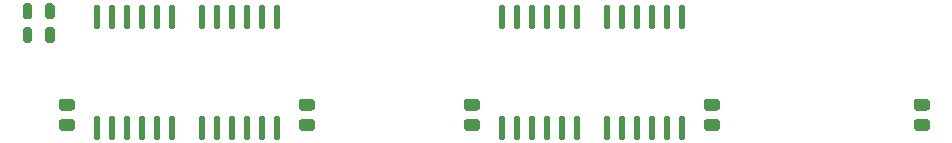
<source format=gtp>
G04 #@! TF.GenerationSoftware,KiCad,Pcbnew,(5.1.10-1-10_14)*
G04 #@! TF.CreationDate,2021-07-28T15:37:46-04:00*
G04 #@! TF.ProjectId,GW4190-SOP,47573431-3930-42d5-934f-502e6b696361,2.0-SOP*
G04 #@! TF.SameCoordinates,Original*
G04 #@! TF.FileFunction,Paste,Top*
G04 #@! TF.FilePolarity,Positive*
%FSLAX46Y46*%
G04 Gerber Fmt 4.6, Leading zero omitted, Abs format (unit mm)*
G04 Created by KiCad (PCBNEW (5.1.10-1-10_14)) date 2021-07-28 15:37:46*
%MOMM*%
%LPD*%
G01*
G04 APERTURE LIST*
G04 APERTURE END LIST*
G36*
G01*
X85515000Y-92907000D02*
X84665000Y-92907000D01*
G75*
G02*
X84415000Y-92657000I0J250000D01*
G01*
X84415000Y-92157000D01*
G75*
G02*
X84665000Y-91907000I250000J0D01*
G01*
X85515000Y-91907000D01*
G75*
G02*
X85765000Y-92157000I0J-250000D01*
G01*
X85765000Y-92657000D01*
G75*
G02*
X85515000Y-92907000I-250000J0D01*
G01*
G37*
G36*
G01*
X85515000Y-94607000D02*
X84665000Y-94607000D01*
G75*
G02*
X84415000Y-94357000I0J250000D01*
G01*
X84415000Y-93857000D01*
G75*
G02*
X84665000Y-93607000I250000J0D01*
G01*
X85515000Y-93607000D01*
G75*
G02*
X85765000Y-93857000I0J-250000D01*
G01*
X85765000Y-94357000D01*
G75*
G02*
X85515000Y-94607000I-250000J0D01*
G01*
G37*
G36*
G01*
X105835000Y-92907000D02*
X104985000Y-92907000D01*
G75*
G02*
X104735000Y-92657000I0J250000D01*
G01*
X104735000Y-92157000D01*
G75*
G02*
X104985000Y-91907000I250000J0D01*
G01*
X105835000Y-91907000D01*
G75*
G02*
X106085000Y-92157000I0J-250000D01*
G01*
X106085000Y-92657000D01*
G75*
G02*
X105835000Y-92907000I-250000J0D01*
G01*
G37*
G36*
G01*
X105835000Y-94607000D02*
X104985000Y-94607000D01*
G75*
G02*
X104735000Y-94357000I0J250000D01*
G01*
X104735000Y-93857000D01*
G75*
G02*
X104985000Y-93607000I250000J0D01*
G01*
X105835000Y-93607000D01*
G75*
G02*
X106085000Y-93857000I0J-250000D01*
G01*
X106085000Y-94357000D01*
G75*
G02*
X105835000Y-94607000I-250000J0D01*
G01*
G37*
G36*
G01*
X119805000Y-92907000D02*
X118955000Y-92907000D01*
G75*
G02*
X118705000Y-92657000I0J250000D01*
G01*
X118705000Y-92157000D01*
G75*
G02*
X118955000Y-91907000I250000J0D01*
G01*
X119805000Y-91907000D01*
G75*
G02*
X120055000Y-92157000I0J-250000D01*
G01*
X120055000Y-92657000D01*
G75*
G02*
X119805000Y-92907000I-250000J0D01*
G01*
G37*
G36*
G01*
X119805000Y-94607000D02*
X118955000Y-94607000D01*
G75*
G02*
X118705000Y-94357000I0J250000D01*
G01*
X118705000Y-93857000D01*
G75*
G02*
X118955000Y-93607000I250000J0D01*
G01*
X119805000Y-93607000D01*
G75*
G02*
X120055000Y-93857000I0J-250000D01*
G01*
X120055000Y-94357000D01*
G75*
G02*
X119805000Y-94607000I-250000J0D01*
G01*
G37*
G36*
G01*
X157905000Y-92907000D02*
X157055000Y-92907000D01*
G75*
G02*
X156805000Y-92657000I0J250000D01*
G01*
X156805000Y-92157000D01*
G75*
G02*
X157055000Y-91907000I250000J0D01*
G01*
X157905000Y-91907000D01*
G75*
G02*
X158155000Y-92157000I0J-250000D01*
G01*
X158155000Y-92657000D01*
G75*
G02*
X157905000Y-92907000I-250000J0D01*
G01*
G37*
G36*
G01*
X157905000Y-94607000D02*
X157055000Y-94607000D01*
G75*
G02*
X156805000Y-94357000I0J250000D01*
G01*
X156805000Y-93857000D01*
G75*
G02*
X157055000Y-93607000I250000J0D01*
G01*
X157905000Y-93607000D01*
G75*
G02*
X158155000Y-93857000I0J-250000D01*
G01*
X158155000Y-94357000D01*
G75*
G02*
X157905000Y-94607000I-250000J0D01*
G01*
G37*
G36*
G01*
X140125000Y-92907000D02*
X139275000Y-92907000D01*
G75*
G02*
X139025000Y-92657000I0J250000D01*
G01*
X139025000Y-92157000D01*
G75*
G02*
X139275000Y-91907000I250000J0D01*
G01*
X140125000Y-91907000D01*
G75*
G02*
X140375000Y-92157000I0J-250000D01*
G01*
X140375000Y-92657000D01*
G75*
G02*
X140125000Y-92907000I-250000J0D01*
G01*
G37*
G36*
G01*
X140125000Y-94607000D02*
X139275000Y-94607000D01*
G75*
G02*
X139025000Y-94357000I0J250000D01*
G01*
X139025000Y-93857000D01*
G75*
G02*
X139275000Y-93607000I250000J0D01*
G01*
X140125000Y-93607000D01*
G75*
G02*
X140375000Y-93857000I0J-250000D01*
G01*
X140375000Y-94357000D01*
G75*
G02*
X140125000Y-94607000I-250000J0D01*
G01*
G37*
G36*
G01*
X82150000Y-86025000D02*
X82150000Y-86975000D01*
G75*
G02*
X81950000Y-87175000I-200000J0D01*
G01*
X81550000Y-87175000D01*
G75*
G02*
X81350000Y-86975000I0J200000D01*
G01*
X81350000Y-86025000D01*
G75*
G02*
X81550000Y-85825000I200000J0D01*
G01*
X81950000Y-85825000D01*
G75*
G02*
X82150000Y-86025000I0J-200000D01*
G01*
G37*
G36*
G01*
X84050000Y-86025000D02*
X84050000Y-86975000D01*
G75*
G02*
X83850000Y-87175000I-200000J0D01*
G01*
X83450000Y-87175000D01*
G75*
G02*
X83250000Y-86975000I0J200000D01*
G01*
X83250000Y-86025000D01*
G75*
G02*
X83450000Y-85825000I200000J0D01*
G01*
X83850000Y-85825000D01*
G75*
G02*
X84050000Y-86025000I0J-200000D01*
G01*
G37*
G36*
G01*
X83250000Y-84975000D02*
X83250000Y-84025000D01*
G75*
G02*
X83450000Y-83825000I200000J0D01*
G01*
X83850000Y-83825000D01*
G75*
G02*
X84050000Y-84025000I0J-200000D01*
G01*
X84050000Y-84975000D01*
G75*
G02*
X83850000Y-85175000I-200000J0D01*
G01*
X83450000Y-85175000D01*
G75*
G02*
X83250000Y-84975000I0J200000D01*
G01*
G37*
G36*
G01*
X81350000Y-84975000D02*
X81350000Y-84025000D01*
G75*
G02*
X81550000Y-83825000I200000J0D01*
G01*
X81950000Y-83825000D01*
G75*
G02*
X82150000Y-84025000I0J-200000D01*
G01*
X82150000Y-84975000D01*
G75*
G02*
X81950000Y-85175000I-200000J0D01*
G01*
X81550000Y-85175000D01*
G75*
G02*
X81350000Y-84975000I0J200000D01*
G01*
G37*
G36*
G01*
X122057500Y-95352000D02*
X121782500Y-95352000D01*
G75*
G02*
X121645000Y-95214500I0J137500D01*
G01*
X121645000Y-93507500D01*
G75*
G02*
X121782500Y-93370000I137500J0D01*
G01*
X122057500Y-93370000D01*
G75*
G02*
X122195000Y-93507500I0J-137500D01*
G01*
X122195000Y-95214500D01*
G75*
G02*
X122057500Y-95352000I-137500J0D01*
G01*
G37*
G36*
G01*
X123327500Y-95352000D02*
X123052500Y-95352000D01*
G75*
G02*
X122915000Y-95214500I0J137500D01*
G01*
X122915000Y-93507500D01*
G75*
G02*
X123052500Y-93370000I137500J0D01*
G01*
X123327500Y-93370000D01*
G75*
G02*
X123465000Y-93507500I0J-137500D01*
G01*
X123465000Y-95214500D01*
G75*
G02*
X123327500Y-95352000I-137500J0D01*
G01*
G37*
G36*
G01*
X124597500Y-95352000D02*
X124322500Y-95352000D01*
G75*
G02*
X124185000Y-95214500I0J137500D01*
G01*
X124185000Y-93507500D01*
G75*
G02*
X124322500Y-93370000I137500J0D01*
G01*
X124597500Y-93370000D01*
G75*
G02*
X124735000Y-93507500I0J-137500D01*
G01*
X124735000Y-95214500D01*
G75*
G02*
X124597500Y-95352000I-137500J0D01*
G01*
G37*
G36*
G01*
X125867500Y-95352000D02*
X125592500Y-95352000D01*
G75*
G02*
X125455000Y-95214500I0J137500D01*
G01*
X125455000Y-93507500D01*
G75*
G02*
X125592500Y-93370000I137500J0D01*
G01*
X125867500Y-93370000D01*
G75*
G02*
X126005000Y-93507500I0J-137500D01*
G01*
X126005000Y-95214500D01*
G75*
G02*
X125867500Y-95352000I-137500J0D01*
G01*
G37*
G36*
G01*
X127137500Y-95352000D02*
X126862500Y-95352000D01*
G75*
G02*
X126725000Y-95214500I0J137500D01*
G01*
X126725000Y-93507500D01*
G75*
G02*
X126862500Y-93370000I137500J0D01*
G01*
X127137500Y-93370000D01*
G75*
G02*
X127275000Y-93507500I0J-137500D01*
G01*
X127275000Y-95214500D01*
G75*
G02*
X127137500Y-95352000I-137500J0D01*
G01*
G37*
G36*
G01*
X128407500Y-95352000D02*
X128132500Y-95352000D01*
G75*
G02*
X127995000Y-95214500I0J137500D01*
G01*
X127995000Y-93507500D01*
G75*
G02*
X128132500Y-93370000I137500J0D01*
G01*
X128407500Y-93370000D01*
G75*
G02*
X128545000Y-93507500I0J-137500D01*
G01*
X128545000Y-95214500D01*
G75*
G02*
X128407500Y-95352000I-137500J0D01*
G01*
G37*
G36*
G01*
X130947500Y-95352000D02*
X130672500Y-95352000D01*
G75*
G02*
X130535000Y-95214500I0J137500D01*
G01*
X130535000Y-93507500D01*
G75*
G02*
X130672500Y-93370000I137500J0D01*
G01*
X130947500Y-93370000D01*
G75*
G02*
X131085000Y-93507500I0J-137500D01*
G01*
X131085000Y-95214500D01*
G75*
G02*
X130947500Y-95352000I-137500J0D01*
G01*
G37*
G36*
G01*
X132217500Y-95352000D02*
X131942500Y-95352000D01*
G75*
G02*
X131805000Y-95214500I0J137500D01*
G01*
X131805000Y-93507500D01*
G75*
G02*
X131942500Y-93370000I137500J0D01*
G01*
X132217500Y-93370000D01*
G75*
G02*
X132355000Y-93507500I0J-137500D01*
G01*
X132355000Y-95214500D01*
G75*
G02*
X132217500Y-95352000I-137500J0D01*
G01*
G37*
G36*
G01*
X133487500Y-95352000D02*
X133212500Y-95352000D01*
G75*
G02*
X133075000Y-95214500I0J137500D01*
G01*
X133075000Y-93507500D01*
G75*
G02*
X133212500Y-93370000I137500J0D01*
G01*
X133487500Y-93370000D01*
G75*
G02*
X133625000Y-93507500I0J-137500D01*
G01*
X133625000Y-95214500D01*
G75*
G02*
X133487500Y-95352000I-137500J0D01*
G01*
G37*
G36*
G01*
X134757500Y-95352000D02*
X134482500Y-95352000D01*
G75*
G02*
X134345000Y-95214500I0J137500D01*
G01*
X134345000Y-93507500D01*
G75*
G02*
X134482500Y-93370000I137500J0D01*
G01*
X134757500Y-93370000D01*
G75*
G02*
X134895000Y-93507500I0J-137500D01*
G01*
X134895000Y-95214500D01*
G75*
G02*
X134757500Y-95352000I-137500J0D01*
G01*
G37*
G36*
G01*
X136027500Y-95352000D02*
X135752500Y-95352000D01*
G75*
G02*
X135615000Y-95214500I0J137500D01*
G01*
X135615000Y-93507500D01*
G75*
G02*
X135752500Y-93370000I137500J0D01*
G01*
X136027500Y-93370000D01*
G75*
G02*
X136165000Y-93507500I0J-137500D01*
G01*
X136165000Y-95214500D01*
G75*
G02*
X136027500Y-95352000I-137500J0D01*
G01*
G37*
G36*
G01*
X137297500Y-95352000D02*
X137022500Y-95352000D01*
G75*
G02*
X136885000Y-95214500I0J137500D01*
G01*
X136885000Y-93507500D01*
G75*
G02*
X137022500Y-93370000I137500J0D01*
G01*
X137297500Y-93370000D01*
G75*
G02*
X137435000Y-93507500I0J-137500D01*
G01*
X137435000Y-95214500D01*
G75*
G02*
X137297500Y-95352000I-137500J0D01*
G01*
G37*
G36*
G01*
X137297500Y-85954000D02*
X137022500Y-85954000D01*
G75*
G02*
X136885000Y-85816500I0J137500D01*
G01*
X136885000Y-84109500D01*
G75*
G02*
X137022500Y-83972000I137500J0D01*
G01*
X137297500Y-83972000D01*
G75*
G02*
X137435000Y-84109500I0J-137500D01*
G01*
X137435000Y-85816500D01*
G75*
G02*
X137297500Y-85954000I-137500J0D01*
G01*
G37*
G36*
G01*
X136027500Y-85954000D02*
X135752500Y-85954000D01*
G75*
G02*
X135615000Y-85816500I0J137500D01*
G01*
X135615000Y-84109500D01*
G75*
G02*
X135752500Y-83972000I137500J0D01*
G01*
X136027500Y-83972000D01*
G75*
G02*
X136165000Y-84109500I0J-137500D01*
G01*
X136165000Y-85816500D01*
G75*
G02*
X136027500Y-85954000I-137500J0D01*
G01*
G37*
G36*
G01*
X134757500Y-85954000D02*
X134482500Y-85954000D01*
G75*
G02*
X134345000Y-85816500I0J137500D01*
G01*
X134345000Y-84109500D01*
G75*
G02*
X134482500Y-83972000I137500J0D01*
G01*
X134757500Y-83972000D01*
G75*
G02*
X134895000Y-84109500I0J-137500D01*
G01*
X134895000Y-85816500D01*
G75*
G02*
X134757500Y-85954000I-137500J0D01*
G01*
G37*
G36*
G01*
X133487500Y-85954000D02*
X133212500Y-85954000D01*
G75*
G02*
X133075000Y-85816500I0J137500D01*
G01*
X133075000Y-84109500D01*
G75*
G02*
X133212500Y-83972000I137500J0D01*
G01*
X133487500Y-83972000D01*
G75*
G02*
X133625000Y-84109500I0J-137500D01*
G01*
X133625000Y-85816500D01*
G75*
G02*
X133487500Y-85954000I-137500J0D01*
G01*
G37*
G36*
G01*
X132217500Y-85954000D02*
X131942500Y-85954000D01*
G75*
G02*
X131805000Y-85816500I0J137500D01*
G01*
X131805000Y-84109500D01*
G75*
G02*
X131942500Y-83972000I137500J0D01*
G01*
X132217500Y-83972000D01*
G75*
G02*
X132355000Y-84109500I0J-137500D01*
G01*
X132355000Y-85816500D01*
G75*
G02*
X132217500Y-85954000I-137500J0D01*
G01*
G37*
G36*
G01*
X130947500Y-85954000D02*
X130672500Y-85954000D01*
G75*
G02*
X130535000Y-85816500I0J137500D01*
G01*
X130535000Y-84109500D01*
G75*
G02*
X130672500Y-83972000I137500J0D01*
G01*
X130947500Y-83972000D01*
G75*
G02*
X131085000Y-84109500I0J-137500D01*
G01*
X131085000Y-85816500D01*
G75*
G02*
X130947500Y-85954000I-137500J0D01*
G01*
G37*
G36*
G01*
X128407500Y-85954000D02*
X128132500Y-85954000D01*
G75*
G02*
X127995000Y-85816500I0J137500D01*
G01*
X127995000Y-84109500D01*
G75*
G02*
X128132500Y-83972000I137500J0D01*
G01*
X128407500Y-83972000D01*
G75*
G02*
X128545000Y-84109500I0J-137500D01*
G01*
X128545000Y-85816500D01*
G75*
G02*
X128407500Y-85954000I-137500J0D01*
G01*
G37*
G36*
G01*
X127137500Y-85954000D02*
X126862500Y-85954000D01*
G75*
G02*
X126725000Y-85816500I0J137500D01*
G01*
X126725000Y-84109500D01*
G75*
G02*
X126862500Y-83972000I137500J0D01*
G01*
X127137500Y-83972000D01*
G75*
G02*
X127275000Y-84109500I0J-137500D01*
G01*
X127275000Y-85816500D01*
G75*
G02*
X127137500Y-85954000I-137500J0D01*
G01*
G37*
G36*
G01*
X125867500Y-85954000D02*
X125592500Y-85954000D01*
G75*
G02*
X125455000Y-85816500I0J137500D01*
G01*
X125455000Y-84109500D01*
G75*
G02*
X125592500Y-83972000I137500J0D01*
G01*
X125867500Y-83972000D01*
G75*
G02*
X126005000Y-84109500I0J-137500D01*
G01*
X126005000Y-85816500D01*
G75*
G02*
X125867500Y-85954000I-137500J0D01*
G01*
G37*
G36*
G01*
X124597500Y-85954000D02*
X124322500Y-85954000D01*
G75*
G02*
X124185000Y-85816500I0J137500D01*
G01*
X124185000Y-84109500D01*
G75*
G02*
X124322500Y-83972000I137500J0D01*
G01*
X124597500Y-83972000D01*
G75*
G02*
X124735000Y-84109500I0J-137500D01*
G01*
X124735000Y-85816500D01*
G75*
G02*
X124597500Y-85954000I-137500J0D01*
G01*
G37*
G36*
G01*
X123327500Y-85954000D02*
X123052500Y-85954000D01*
G75*
G02*
X122915000Y-85816500I0J137500D01*
G01*
X122915000Y-84109500D01*
G75*
G02*
X123052500Y-83972000I137500J0D01*
G01*
X123327500Y-83972000D01*
G75*
G02*
X123465000Y-84109500I0J-137500D01*
G01*
X123465000Y-85816500D01*
G75*
G02*
X123327500Y-85954000I-137500J0D01*
G01*
G37*
G36*
G01*
X122057500Y-85954000D02*
X121782500Y-85954000D01*
G75*
G02*
X121645000Y-85816500I0J137500D01*
G01*
X121645000Y-84109500D01*
G75*
G02*
X121782500Y-83972000I137500J0D01*
G01*
X122057500Y-83972000D01*
G75*
G02*
X122195000Y-84109500I0J-137500D01*
G01*
X122195000Y-85816500D01*
G75*
G02*
X122057500Y-85954000I-137500J0D01*
G01*
G37*
G36*
G01*
X87767500Y-85954000D02*
X87492500Y-85954000D01*
G75*
G02*
X87355000Y-85816500I0J137500D01*
G01*
X87355000Y-84109500D01*
G75*
G02*
X87492500Y-83972000I137500J0D01*
G01*
X87767500Y-83972000D01*
G75*
G02*
X87905000Y-84109500I0J-137500D01*
G01*
X87905000Y-85816500D01*
G75*
G02*
X87767500Y-85954000I-137500J0D01*
G01*
G37*
G36*
G01*
X89037500Y-85954000D02*
X88762500Y-85954000D01*
G75*
G02*
X88625000Y-85816500I0J137500D01*
G01*
X88625000Y-84109500D01*
G75*
G02*
X88762500Y-83972000I137500J0D01*
G01*
X89037500Y-83972000D01*
G75*
G02*
X89175000Y-84109500I0J-137500D01*
G01*
X89175000Y-85816500D01*
G75*
G02*
X89037500Y-85954000I-137500J0D01*
G01*
G37*
G36*
G01*
X90307500Y-85954000D02*
X90032500Y-85954000D01*
G75*
G02*
X89895000Y-85816500I0J137500D01*
G01*
X89895000Y-84109500D01*
G75*
G02*
X90032500Y-83972000I137500J0D01*
G01*
X90307500Y-83972000D01*
G75*
G02*
X90445000Y-84109500I0J-137500D01*
G01*
X90445000Y-85816500D01*
G75*
G02*
X90307500Y-85954000I-137500J0D01*
G01*
G37*
G36*
G01*
X91577500Y-85954000D02*
X91302500Y-85954000D01*
G75*
G02*
X91165000Y-85816500I0J137500D01*
G01*
X91165000Y-84109500D01*
G75*
G02*
X91302500Y-83972000I137500J0D01*
G01*
X91577500Y-83972000D01*
G75*
G02*
X91715000Y-84109500I0J-137500D01*
G01*
X91715000Y-85816500D01*
G75*
G02*
X91577500Y-85954000I-137500J0D01*
G01*
G37*
G36*
G01*
X92847500Y-85954000D02*
X92572500Y-85954000D01*
G75*
G02*
X92435000Y-85816500I0J137500D01*
G01*
X92435000Y-84109500D01*
G75*
G02*
X92572500Y-83972000I137500J0D01*
G01*
X92847500Y-83972000D01*
G75*
G02*
X92985000Y-84109500I0J-137500D01*
G01*
X92985000Y-85816500D01*
G75*
G02*
X92847500Y-85954000I-137500J0D01*
G01*
G37*
G36*
G01*
X94117500Y-85954000D02*
X93842500Y-85954000D01*
G75*
G02*
X93705000Y-85816500I0J137500D01*
G01*
X93705000Y-84109500D01*
G75*
G02*
X93842500Y-83972000I137500J0D01*
G01*
X94117500Y-83972000D01*
G75*
G02*
X94255000Y-84109500I0J-137500D01*
G01*
X94255000Y-85816500D01*
G75*
G02*
X94117500Y-85954000I-137500J0D01*
G01*
G37*
G36*
G01*
X96657500Y-85954000D02*
X96382500Y-85954000D01*
G75*
G02*
X96245000Y-85816500I0J137500D01*
G01*
X96245000Y-84109500D01*
G75*
G02*
X96382500Y-83972000I137500J0D01*
G01*
X96657500Y-83972000D01*
G75*
G02*
X96795000Y-84109500I0J-137500D01*
G01*
X96795000Y-85816500D01*
G75*
G02*
X96657500Y-85954000I-137500J0D01*
G01*
G37*
G36*
G01*
X97927500Y-85954000D02*
X97652500Y-85954000D01*
G75*
G02*
X97515000Y-85816500I0J137500D01*
G01*
X97515000Y-84109500D01*
G75*
G02*
X97652500Y-83972000I137500J0D01*
G01*
X97927500Y-83972000D01*
G75*
G02*
X98065000Y-84109500I0J-137500D01*
G01*
X98065000Y-85816500D01*
G75*
G02*
X97927500Y-85954000I-137500J0D01*
G01*
G37*
G36*
G01*
X99197500Y-85954000D02*
X98922500Y-85954000D01*
G75*
G02*
X98785000Y-85816500I0J137500D01*
G01*
X98785000Y-84109500D01*
G75*
G02*
X98922500Y-83972000I137500J0D01*
G01*
X99197500Y-83972000D01*
G75*
G02*
X99335000Y-84109500I0J-137500D01*
G01*
X99335000Y-85816500D01*
G75*
G02*
X99197500Y-85954000I-137500J0D01*
G01*
G37*
G36*
G01*
X100467500Y-85954000D02*
X100192500Y-85954000D01*
G75*
G02*
X100055000Y-85816500I0J137500D01*
G01*
X100055000Y-84109500D01*
G75*
G02*
X100192500Y-83972000I137500J0D01*
G01*
X100467500Y-83972000D01*
G75*
G02*
X100605000Y-84109500I0J-137500D01*
G01*
X100605000Y-85816500D01*
G75*
G02*
X100467500Y-85954000I-137500J0D01*
G01*
G37*
G36*
G01*
X101737500Y-85954000D02*
X101462500Y-85954000D01*
G75*
G02*
X101325000Y-85816500I0J137500D01*
G01*
X101325000Y-84109500D01*
G75*
G02*
X101462500Y-83972000I137500J0D01*
G01*
X101737500Y-83972000D01*
G75*
G02*
X101875000Y-84109500I0J-137500D01*
G01*
X101875000Y-85816500D01*
G75*
G02*
X101737500Y-85954000I-137500J0D01*
G01*
G37*
G36*
G01*
X103007500Y-85954000D02*
X102732500Y-85954000D01*
G75*
G02*
X102595000Y-85816500I0J137500D01*
G01*
X102595000Y-84109500D01*
G75*
G02*
X102732500Y-83972000I137500J0D01*
G01*
X103007500Y-83972000D01*
G75*
G02*
X103145000Y-84109500I0J-137500D01*
G01*
X103145000Y-85816500D01*
G75*
G02*
X103007500Y-85954000I-137500J0D01*
G01*
G37*
G36*
G01*
X103007500Y-95352000D02*
X102732500Y-95352000D01*
G75*
G02*
X102595000Y-95214500I0J137500D01*
G01*
X102595000Y-93507500D01*
G75*
G02*
X102732500Y-93370000I137500J0D01*
G01*
X103007500Y-93370000D01*
G75*
G02*
X103145000Y-93507500I0J-137500D01*
G01*
X103145000Y-95214500D01*
G75*
G02*
X103007500Y-95352000I-137500J0D01*
G01*
G37*
G36*
G01*
X101737500Y-95352000D02*
X101462500Y-95352000D01*
G75*
G02*
X101325000Y-95214500I0J137500D01*
G01*
X101325000Y-93507500D01*
G75*
G02*
X101462500Y-93370000I137500J0D01*
G01*
X101737500Y-93370000D01*
G75*
G02*
X101875000Y-93507500I0J-137500D01*
G01*
X101875000Y-95214500D01*
G75*
G02*
X101737500Y-95352000I-137500J0D01*
G01*
G37*
G36*
G01*
X100467500Y-95352000D02*
X100192500Y-95352000D01*
G75*
G02*
X100055000Y-95214500I0J137500D01*
G01*
X100055000Y-93507500D01*
G75*
G02*
X100192500Y-93370000I137500J0D01*
G01*
X100467500Y-93370000D01*
G75*
G02*
X100605000Y-93507500I0J-137500D01*
G01*
X100605000Y-95214500D01*
G75*
G02*
X100467500Y-95352000I-137500J0D01*
G01*
G37*
G36*
G01*
X99197500Y-95352000D02*
X98922500Y-95352000D01*
G75*
G02*
X98785000Y-95214500I0J137500D01*
G01*
X98785000Y-93507500D01*
G75*
G02*
X98922500Y-93370000I137500J0D01*
G01*
X99197500Y-93370000D01*
G75*
G02*
X99335000Y-93507500I0J-137500D01*
G01*
X99335000Y-95214500D01*
G75*
G02*
X99197500Y-95352000I-137500J0D01*
G01*
G37*
G36*
G01*
X97927500Y-95352000D02*
X97652500Y-95352000D01*
G75*
G02*
X97515000Y-95214500I0J137500D01*
G01*
X97515000Y-93507500D01*
G75*
G02*
X97652500Y-93370000I137500J0D01*
G01*
X97927500Y-93370000D01*
G75*
G02*
X98065000Y-93507500I0J-137500D01*
G01*
X98065000Y-95214500D01*
G75*
G02*
X97927500Y-95352000I-137500J0D01*
G01*
G37*
G36*
G01*
X96657500Y-95352000D02*
X96382500Y-95352000D01*
G75*
G02*
X96245000Y-95214500I0J137500D01*
G01*
X96245000Y-93507500D01*
G75*
G02*
X96382500Y-93370000I137500J0D01*
G01*
X96657500Y-93370000D01*
G75*
G02*
X96795000Y-93507500I0J-137500D01*
G01*
X96795000Y-95214500D01*
G75*
G02*
X96657500Y-95352000I-137500J0D01*
G01*
G37*
G36*
G01*
X94117500Y-95352000D02*
X93842500Y-95352000D01*
G75*
G02*
X93705000Y-95214500I0J137500D01*
G01*
X93705000Y-93507500D01*
G75*
G02*
X93842500Y-93370000I137500J0D01*
G01*
X94117500Y-93370000D01*
G75*
G02*
X94255000Y-93507500I0J-137500D01*
G01*
X94255000Y-95214500D01*
G75*
G02*
X94117500Y-95352000I-137500J0D01*
G01*
G37*
G36*
G01*
X92847500Y-95352000D02*
X92572500Y-95352000D01*
G75*
G02*
X92435000Y-95214500I0J137500D01*
G01*
X92435000Y-93507500D01*
G75*
G02*
X92572500Y-93370000I137500J0D01*
G01*
X92847500Y-93370000D01*
G75*
G02*
X92985000Y-93507500I0J-137500D01*
G01*
X92985000Y-95214500D01*
G75*
G02*
X92847500Y-95352000I-137500J0D01*
G01*
G37*
G36*
G01*
X91577500Y-95352000D02*
X91302500Y-95352000D01*
G75*
G02*
X91165000Y-95214500I0J137500D01*
G01*
X91165000Y-93507500D01*
G75*
G02*
X91302500Y-93370000I137500J0D01*
G01*
X91577500Y-93370000D01*
G75*
G02*
X91715000Y-93507500I0J-137500D01*
G01*
X91715000Y-95214500D01*
G75*
G02*
X91577500Y-95352000I-137500J0D01*
G01*
G37*
G36*
G01*
X90307500Y-95352000D02*
X90032500Y-95352000D01*
G75*
G02*
X89895000Y-95214500I0J137500D01*
G01*
X89895000Y-93507500D01*
G75*
G02*
X90032500Y-93370000I137500J0D01*
G01*
X90307500Y-93370000D01*
G75*
G02*
X90445000Y-93507500I0J-137500D01*
G01*
X90445000Y-95214500D01*
G75*
G02*
X90307500Y-95352000I-137500J0D01*
G01*
G37*
G36*
G01*
X89037500Y-95352000D02*
X88762500Y-95352000D01*
G75*
G02*
X88625000Y-95214500I0J137500D01*
G01*
X88625000Y-93507500D01*
G75*
G02*
X88762500Y-93370000I137500J0D01*
G01*
X89037500Y-93370000D01*
G75*
G02*
X89175000Y-93507500I0J-137500D01*
G01*
X89175000Y-95214500D01*
G75*
G02*
X89037500Y-95352000I-137500J0D01*
G01*
G37*
G36*
G01*
X87767500Y-95352000D02*
X87492500Y-95352000D01*
G75*
G02*
X87355000Y-95214500I0J137500D01*
G01*
X87355000Y-93507500D01*
G75*
G02*
X87492500Y-93370000I137500J0D01*
G01*
X87767500Y-93370000D01*
G75*
G02*
X87905000Y-93507500I0J-137500D01*
G01*
X87905000Y-95214500D01*
G75*
G02*
X87767500Y-95352000I-137500J0D01*
G01*
G37*
M02*

</source>
